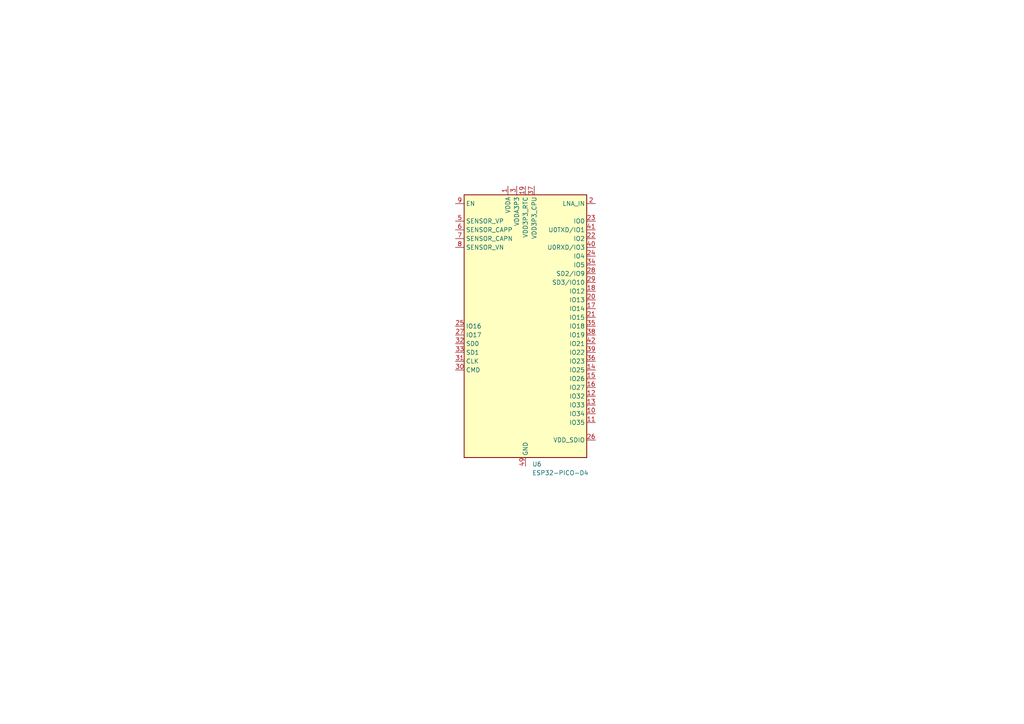
<source format=kicad_sch>
(kicad_sch (version 20230121) (generator eeschema)
  (paper "A4")
  (lib_symbols
    (symbol "RF_Module:ESP32-PICO-D4"
      (property "Reference" "U" (at -17.78 39.37 0))
      (property "Value" "ESP32-PICO-D4" (at 3.81 39.37 0))
      (symbol "ESP32-PICO-D4_0_0"
        (pin power_in line (at -5.08 40.64 270) (length 2.54) (name "VDDA") (number "1"))
        (pin input line (at 20.32 -25.4 180) (length 2.54) (name "IO34") (number "10"))
        (pin input line (at 20.32 -27.94 180) (length 2.54) (name "IO35") (number "11"))
        (pin bidirectional line (at 20.32 -20.32 180) (length 2.54) (name "IO32") (number "12"))
        (pin bidirectional line (at 20.32 -22.86 180) (length 2.54) (name "IO33") (number "13"))
        (pin bidirectional line (at 20.32 -12.7 180) (length 2.54) (name "IO25") (number "14"))
        (pin bidirectional line (at 20.32 -15.24 180) (length 2.54) (name "IO26") (number "15"))
        (pin bidirectional line (at 20.32 -17.78 180) (length 2.54) (name "IO27") (number "16"))
        (pin bidirectional line (at 20.32 5.08 180) (length 2.54) (name "IO14") (number "17"))
        (pin bidirectional line (at 20.32 10.16 180) (length 2.54) (name "IO12") (number "18"))
        (pin power_in line (at 0 40.64 270) (length 2.54) (name "VDD3P3_RTC") (number "19"))
        (pin bidirectional line (at 20.32 35.56 180) (length 2.54) (name "LNA_IN") (number "2"))
        (pin bidirectional line (at 20.32 7.62 180) (length 2.54) (name "IO13") (number "20"))
        (pin bidirectional line (at 20.32 2.54 180) (length 2.54) (name "IO15") (number "21"))
        (pin bidirectional line (at 20.32 25.4 180) (length 2.54) (name "IO2") (number "22"))
        (pin bidirectional line (at 20.32 30.48 180) (length 2.54) (name "IO0") (number "23"))
        (pin bidirectional line (at 20.32 20.32 180) (length 2.54) (name "IO4") (number "24"))
        (pin bidirectional line (at -20.32 0 0) (length 2.54) (name "IO16") (number "25"))
        (pin power_out line (at 20.32 -33.02 180) (length 2.54) (name "VDD_SDIO") (number "26"))
        (pin bidirectional line (at -20.32 -2.54 0) (length 2.54) (name "IO17") (number "27"))
        (pin bidirectional line (at 20.32 15.24 180) (length 2.54) (name "SD2/IO9") (number "28"))
        (pin bidirectional line (at 20.32 12.7 180) (length 2.54) (name "SD3/IO10") (number "29"))
        (pin power_in line (at -2.54 40.64 270) (length 2.54) (name "VDDA3P3") (number "3"))
        (pin bidirectional line (at -20.32 -12.7 0) (length 2.54) (name "CMD") (number "30"))
        (pin bidirectional line (at -20.32 -10.16 0) (length 2.54) (name "CLK") (number "31"))
        (pin bidirectional line (at -20.32 -5.08 0) (length 2.54) (name "SD0") (number "32"))
        (pin bidirectional line (at -20.32 -7.62 0) (length 2.54) (name "SD1") (number "33"))
        (pin bidirectional line (at 20.32 17.78 180) (length 2.54) (name "IO5") (number "34"))
        (pin bidirectional line (at 20.32 0 180) (length 2.54) (name "IO18") (number "35"))
        (pin bidirectional line (at 20.32 -10.16 180) (length 2.54) (name "IO23") (number "36"))
        (pin power_in line (at 2.54 40.64 270) (length 2.54) (name "VDD3P3_CPU") (number "37"))
        (pin bidirectional line (at 20.32 -2.54 180) (length 2.54) (name "IO19") (number "38"))
        (pin bidirectional line (at 20.32 -7.62 180) (length 2.54) (name "IO22") (number "39"))
        (pin passive line (at -2.54 40.64 270) (length 2.54) hide (name "VDDA3P3") (number "4"))
        (pin bidirectional line (at 20.32 22.86 180) (length 2.54) (name "U0RXD/IO3") (number "40"))
        (pin bidirectional line (at 20.32 27.94 180) (length 2.54) (name "U0TXD/IO1") (number "41"))
        (pin bidirectional line (at 20.32 -5.08 180) (length 2.54) (name "IO21") (number "42"))
        (pin passive line (at -5.08 40.64 270) (length 2.54) hide (name "VDDA") (number "43"))
        (pin no_connect line (at -17.78 -25.4 0) (length 2.54) hide (name "XTAL_N_NC") (number "44"))
        (pin no_connect line (at -17.78 -27.94 0) (length 2.54) hide (name "XTAL_P_NC") (number "45"))
        (pin passive line (at -5.08 40.64 270) (length 2.54) hide (name "VDDA") (number "46"))
        (pin no_connect line (at -17.78 -30.48 0) (length 2.54) hide (name "CAP2_NC") (number "47"))
        (pin no_connect line (at -17.78 -33.02 0) (length 2.54) hide (name "CAP1_NC") (number "48"))
        (pin power_in line (at 0 -40.64 90) (length 2.54) (name "GND") (number "49"))
        (pin input line (at -20.32 30.48 0) (length 2.54) (name "SENSOR_VP") (number "5"))
        (pin input line (at -20.32 27.94 0) (length 2.54) (name "SENSOR_CAPP") (number "6"))
        (pin input line (at -20.32 25.4 0) (length 2.54) (name "SENSOR_CAPN") (number "7"))
        (pin input line (at -20.32 22.86 0) (length 2.54) (name "SENSOR_VN") (number "8"))
        (pin input line (at -20.32 35.56 0) (length 2.54) (name "EN") (number "9"))
      )
      (symbol "ESP32-PICO-D4_0_1"
        (rectangle (start -17.78 38.1) (end 17.78 -38.1) (stroke (width 0.254)) (fill (type background)))
      )
    )
  )
  (symbol (lib_id "RF_Module:ESP32-PICO-D4") (at 152.4 94.615 0) (unit 1)
    (property "Reference" "U6" (at 154.3559 134.62 0) (effects (justify left)))
    (property "Value" "ESP32-PICO-D4" (at 154.3559 137.16 0) (effects (justify left)))
    (property "Footprint" "Package_DFN_QFN:QFN-48-1EP_7x7mm_P0.5mm_EP5.3x5.3mm" (effects hide))
    (property "Datasheet" "https://www.espressif.com/sites/default/files/documentation/esp32-pico-d4_datasheet_en.pdf" (effects hide))
  )
)
</source>
